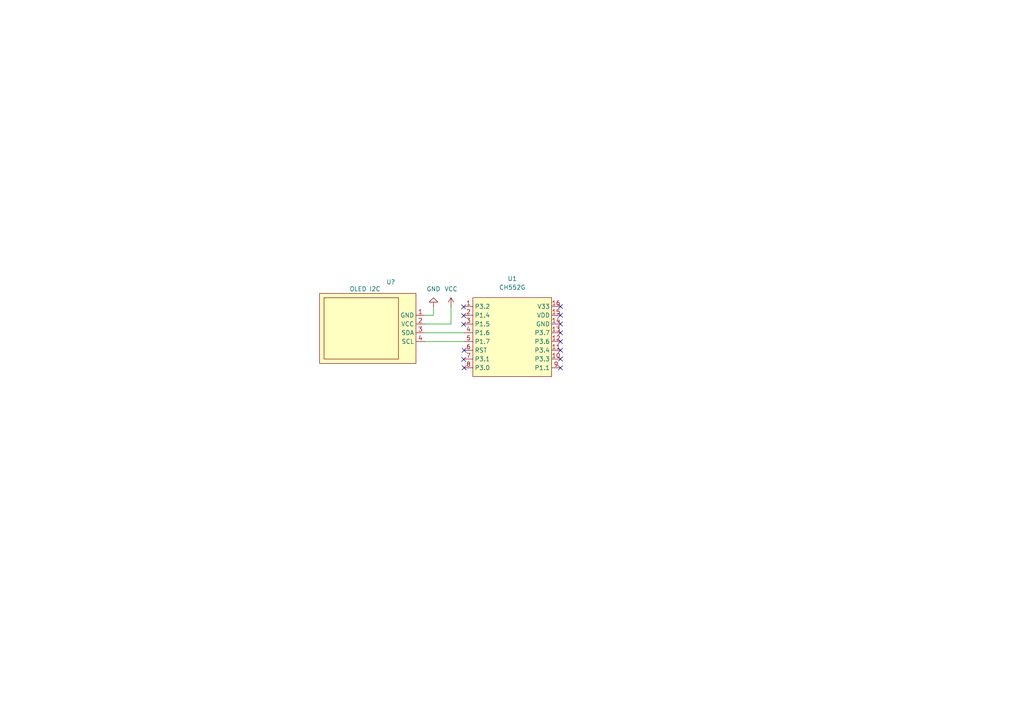
<source format=kicad_sch>
(kicad_sch (version 20231120) (generator "eeschema") (generator_version "8.0")
  (paper "A4")
  (title_block (title "CH552G Minimal Circuit") (date "2022-10-30") (rev "1.0") (company "Nicola Strappazzon C"))
  (lib_symbols
    (symbol "Memory_EEPROM:24AA02-OT"
      (property "Value" "OLED I2C" (at -5.334 11.43 0))
      (symbol "24AA02-OT_1_1"
        (rectangle (start -13.97 10.16) (end 13.97 -10.16) (fill (type background)))
        (rectangle (start -12.7 8.89) (end 8.89 -8.89) (fill (type background)))
        (pin passive line (at 16.51 3.81 180) (length 2.54) (name "GND") (number "1"))
        (pin power_in line (at 16.51 1.27 180) (length 2.54) (name "VCC") (number "2"))
        (pin bidirectional line (at 16.51 -1.27 180) (length 2.54) (name "SDA") (number "3"))
        (pin bidirectional line (at 16.51 -3.81 180) (length 2.54) (name "SCL") (number "4"))
      )
    )
    (symbol "library:CH552G"
      (property "Reference" "U" (at 0 16.51 0))
      (property "Value" "CH552G" (at 0 13.97 0))
      (symbol "CH552G_0_1"
        (rectangle (start -11.43 11.43) (end 11.43 -11.43) (fill (type background)))
      )
      (symbol "CH552G_1_1"
        (pin passive line (at -13.97 8.89 0) (length 2.54) (name "P3.2") (number "1"))
        (pin passive line (at 13.97 -6.35 180) (length 2.54) (name "P3.3") (number "10"))
        (pin passive line (at 13.97 -3.81 180) (length 2.54) (name "P3.4") (number "11"))
        (pin passive line (at 13.97 -1.27 180) (length 2.54) (name "P3.6") (number "12"))
        (pin passive line (at 13.97 1.27 180) (length 2.54) (name "P3.7") (number "13"))
        (pin power_in line (at 13.97 3.81 180) (length 2.54) (name "GND") (number "14"))
        (pin power_in line (at 13.97 6.35 180) (length 2.54) (name "VDD") (number "15"))
        (pin power_out line (at 13.97 8.89 180) (length 2.54) (name "V33") (number "16"))
        (pin passive line (at -13.97 6.35 0) (length 2.54) (name "P1.4") (number "2"))
        (pin passive line (at -13.97 3.81 0) (length 2.54) (name "P1.5") (number "3"))
        (pin passive line (at -13.97 1.27 0) (length 2.54) (name "P1.6") (number "4"))
        (pin passive line (at -13.97 -1.27 0) (length 2.54) (name "P1.7") (number "5"))
        (pin passive line (at -13.97 -3.81 0) (length 2.54) (name "RST") (number "6"))
        (pin passive line (at -13.97 -6.35 0) (length 2.54) (name "P3.1") (number "7"))
        (pin passive line (at -13.97 -8.89 0) (length 2.54) (name "P3.0") (number "8"))
        (pin passive line (at 13.97 -8.89 180) (length 2.54) (name "P1.1") (number "9"))
      )
    )
    (symbol "power:GND" (power) (pin_numbers hide) (pin_names (offset 0) hide)
      (property "Value" "GND" (at 0 -3.81 0))
      (symbol "GND_0_1"
        (polyline (pts (xy 0 0) (xy 0 -1.27) (xy 1.27 -1.27) (xy 0 -2.54) (xy -1.27 -1.27) (xy 0 -1.27)))
      )
      (symbol "GND_1_1"
        (pin power_in line (at 0 0 270) (length 0) (name "~") (number "1"))
      )
    )
    (symbol "power:VCC" (power) (pin_numbers hide) (pin_names (offset 0) hide)
      (property "Value" "VCC" (at 0 3.556 0))
      (symbol "VCC_0_1"
        (polyline (pts (xy -0.762 1.27) (xy 0 2.54)))
        (polyline (pts (xy 0 0) (xy 0 2.54)))
        (polyline (pts (xy 0 2.54) (xy 0.762 1.27)))
      )
      (symbol "VCC_1_1"
        (pin power_in line (at 0 0 90) (length 0) (name "~") (number "1"))
      )
    )
  )
  (no_connect (at 162.56 93.98))
  (no_connect (at 162.56 104.14))
  (no_connect (at 162.56 99.06))
  (no_connect (at 162.56 101.6))
  (no_connect (at 162.56 88.9))
  (no_connect (at 134.4676 104.2416))
  (no_connect (at 134.4676 94.0816))
  (no_connect (at 134.4676 91.5416))
  (no_connect (at 134.4676 89.0016))
  (no_connect (at 134.62 101.6))
  (no_connect (at 162.56 91.44))
  (no_connect (at 162.56 106.68))
  (no_connect (at 162.56 96.52))
  (no_connect (at 134.62 106.68))
  (wire (pts (xy 125.73 91.44) (xy 125.73 88.9)))
  (wire (pts (xy 130.81 93.98) (xy 130.81 88.9)))
  (wire (pts (xy 123.19 96.52) (xy 134.62 96.52)))
  (wire (pts (xy 123.19 99.06) (xy 134.62 99.06)))
  (wire (pts (xy 123.19 93.98) (xy 130.81 93.98)))
  (wire (pts (xy 123.19 91.44) (xy 125.73 91.44)))
  (symbol (lib_id "Memory_EEPROM:24AA02-OT") (at 106.68 95.25 0) (unit 1)
    (property "Value" "OLED I2C" (at 101.346 83.82 0) (effects (justify left)))
  )
  (symbol (lib_id "power:VCC") (at 130.81 88.9 0) (unit 1)
    (property "Reference" "#PWR01" (effects (hide yes)))
    (property "Value" "VCC" (at 130.81 83.82 0))
    (property "Description" "Power symbol creates a global label with name \"VCC\"" (effects (hide yes)))
  )
  (symbol (lib_id "power:GND") (at 125.73 88.9 180) (unit 1)
    (property "Reference" "#PWR02" (effects (hide yes)))
    (property "Value" "GND" (at 125.73 83.82 0))
    (property "Description" "Power symbol creates a global label with name \"GND\" , ground" (effects (hide yes)))
  )
  (symbol (lib_id "library:CH552G") (at 148.59 97.79 0) (unit 1)
    (property "Reference" "U1" (at 148.59 80.8228 0))
    (property "Value" "CH552G" (at 148.59 83.3628 0))
    (property "Footprint" "Package_SO:SOIC-16W_5.3x10.2mm_P1.27mm" (effects (hide yes)))
  )
)
</source>
